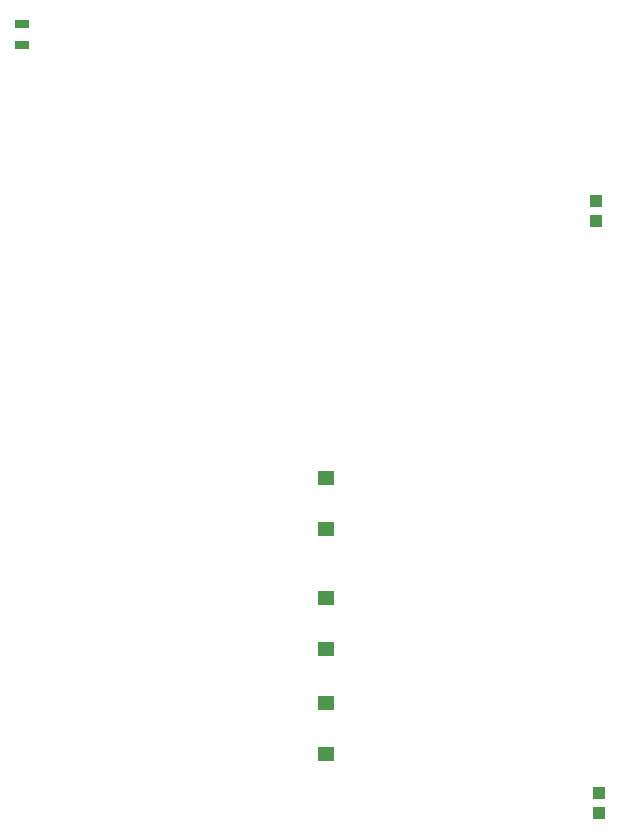
<source format=gtp>
G75*
%MOIN*%
%OFA0B0*%
%FSLAX24Y24*%
%IPPOS*%
%LPD*%
%AMOC8*
5,1,8,0,0,1.08239X$1,22.5*
%
%ADD10R,0.0394X0.0433*%
%ADD11R,0.0579X0.0500*%
%ADD12R,0.0472X0.0315*%
D10*
X022675Y005170D03*
X022675Y005840D03*
X022550Y024920D03*
X022550Y025590D03*
D11*
X013550Y007159D03*
X013550Y008851D03*
X013550Y010659D03*
X013550Y012351D03*
X013550Y014659D03*
X013550Y016351D03*
D12*
X003425Y030776D03*
X003425Y031484D03*
M02*

</source>
